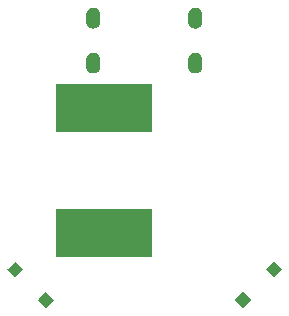
<source format=gbr>
%TF.GenerationSoftware,KiCad,Pcbnew,9.0.3*%
%TF.CreationDate,2025-07-22T22:17:19-05:00*%
%TF.ProjectId,openoshi-lightboard,6f70656e-6f73-4686-992d-6c6967687462,rev?*%
%TF.SameCoordinates,Original*%
%TF.FileFunction,Soldermask,Bot*%
%TF.FilePolarity,Negative*%
%FSLAX46Y46*%
G04 Gerber Fmt 4.6, Leading zero omitted, Abs format (unit mm)*
G04 Created by KiCad (PCBNEW 9.0.3) date 2025-07-22 22:17:19*
%MOMM*%
%LPD*%
G01*
G04 APERTURE LIST*
G04 APERTURE END LIST*
G36*
X141680854Y-110315258D02*
G01*
X141693182Y-110323496D01*
X142339760Y-110970074D01*
X142347998Y-110982402D01*
X142350890Y-110996944D01*
X142347998Y-111011486D01*
X142339760Y-111023814D01*
X141693182Y-111670392D01*
X141680854Y-111678630D01*
X141666312Y-111681522D01*
X141651770Y-111678630D01*
X141639442Y-111670392D01*
X140992864Y-111023814D01*
X140984626Y-111011486D01*
X140981734Y-110996944D01*
X140984626Y-110982402D01*
X140992864Y-110970074D01*
X141046344Y-110916594D01*
X141635962Y-110326975D01*
X141635965Y-110326972D01*
X141639442Y-110323496D01*
X141651770Y-110315258D01*
X141666312Y-110312366D01*
X141680854Y-110315258D01*
G37*
G36*
X158398231Y-110265258D02*
G01*
X158410559Y-110273496D01*
X159057137Y-110920074D01*
X159065375Y-110932402D01*
X159068267Y-110946944D01*
X159065375Y-110961486D01*
X159057137Y-110973814D01*
X158410559Y-111620392D01*
X158398231Y-111628630D01*
X158383689Y-111631522D01*
X158369147Y-111628630D01*
X158356819Y-111620392D01*
X157710241Y-110973814D01*
X157702003Y-110961486D01*
X157699111Y-110946944D01*
X157702003Y-110932402D01*
X157710241Y-110920074D01*
X157713721Y-110916594D01*
X158353339Y-110276975D01*
X158353342Y-110276972D01*
X158356819Y-110273496D01*
X158369147Y-110265258D01*
X158383689Y-110262366D01*
X158398231Y-110265258D01*
G37*
G36*
X139067599Y-107702003D02*
G01*
X139079927Y-107710241D01*
X139726505Y-108356819D01*
X139734743Y-108369147D01*
X139737635Y-108383689D01*
X139734743Y-108398231D01*
X139726505Y-108410559D01*
X139079927Y-109057137D01*
X139067599Y-109065375D01*
X139053057Y-109068267D01*
X139038515Y-109065375D01*
X139026187Y-109057137D01*
X138379609Y-108410559D01*
X138371371Y-108398231D01*
X138368479Y-108383689D01*
X138371371Y-108369147D01*
X138379609Y-108356819D01*
X138433089Y-108303339D01*
X139022707Y-107713720D01*
X139022710Y-107713717D01*
X139026187Y-107710241D01*
X139038515Y-107702003D01*
X139053057Y-107699111D01*
X139067599Y-107702003D01*
G37*
G36*
X161011486Y-107652003D02*
G01*
X161023814Y-107660241D01*
X161670392Y-108306819D01*
X161678630Y-108319147D01*
X161681522Y-108333689D01*
X161678630Y-108348231D01*
X161670392Y-108360559D01*
X161023814Y-109007137D01*
X161011486Y-109015375D01*
X160996944Y-109018267D01*
X160982402Y-109015375D01*
X160970074Y-109007137D01*
X160323496Y-108360559D01*
X160315258Y-108348231D01*
X160312366Y-108333689D01*
X160315258Y-108319147D01*
X160323496Y-108306819D01*
X160326976Y-108303339D01*
X160966594Y-107663720D01*
X160966597Y-107663717D01*
X160970074Y-107660241D01*
X160982402Y-107652003D01*
X160996944Y-107649111D01*
X161011486Y-107652003D01*
G37*
G36*
X150614542Y-103264893D02*
G01*
X150626870Y-103273130D01*
X150635107Y-103285458D01*
X150638000Y-103300000D01*
X150638000Y-107300000D01*
X150635107Y-107314542D01*
X150626870Y-107326870D01*
X150614542Y-107335107D01*
X150600000Y-107338000D01*
X142600000Y-107338000D01*
X142585458Y-107335107D01*
X142573130Y-107326870D01*
X142564893Y-107314542D01*
X142562000Y-107300000D01*
X142562000Y-103300000D01*
X142564893Y-103285458D01*
X142573130Y-103273130D01*
X142585458Y-103264893D01*
X142600000Y-103262000D01*
X150600000Y-103262000D01*
X150614542Y-103264893D01*
G37*
G36*
X150614542Y-92664893D02*
G01*
X150626870Y-92673130D01*
X150635107Y-92685458D01*
X150638000Y-92700000D01*
X150638000Y-96700000D01*
X150635107Y-96714542D01*
X150626870Y-96726870D01*
X150614542Y-96735107D01*
X150600000Y-96738000D01*
X142600000Y-96738000D01*
X142585458Y-96735107D01*
X142573130Y-96726870D01*
X142564893Y-96714542D01*
X142562000Y-96700000D01*
X142562000Y-92700000D01*
X142564893Y-92685458D01*
X142573130Y-92673130D01*
X142585458Y-92664893D01*
X142600000Y-92662000D01*
X150600000Y-92662000D01*
X150614542Y-92664893D01*
G37*
G36*
X145747456Y-90017030D02*
G01*
X145756749Y-90017030D01*
X145783520Y-90024203D01*
X145850615Y-90037549D01*
X145882287Y-90050668D01*
X145905018Y-90056759D01*
X145925399Y-90068526D01*
X145957066Y-90081643D01*
X146013936Y-90119642D01*
X146037952Y-90133508D01*
X146044526Y-90140082D01*
X146052868Y-90145656D01*
X146134343Y-90227131D01*
X146139916Y-90235472D01*
X146146492Y-90242048D01*
X146160359Y-90266067D01*
X146198356Y-90322933D01*
X146211471Y-90354597D01*
X146223241Y-90374982D01*
X146229332Y-90397716D01*
X146242450Y-90429384D01*
X146255793Y-90496468D01*
X146262970Y-90523251D01*
X146263878Y-90537116D01*
X146265168Y-90543598D01*
X146267758Y-90596311D01*
X146268000Y-90600000D01*
X146268000Y-91200000D01*
X146267758Y-91203691D01*
X146265168Y-91256401D01*
X146263878Y-91262882D01*
X146262970Y-91276749D01*
X146255792Y-91303533D01*
X146242450Y-91370615D01*
X146229333Y-91402280D01*
X146223241Y-91425018D01*
X146211470Y-91445405D01*
X146198356Y-91477066D01*
X146160363Y-91533925D01*
X146146492Y-91557952D01*
X146139914Y-91564529D01*
X146134343Y-91572868D01*
X146052868Y-91654343D01*
X146044529Y-91659914D01*
X146037952Y-91666492D01*
X146013925Y-91680363D01*
X145957066Y-91718356D01*
X145925405Y-91731470D01*
X145905018Y-91743241D01*
X145882280Y-91749333D01*
X145850615Y-91762450D01*
X145783526Y-91775794D01*
X145756749Y-91782970D01*
X145747455Y-91782970D01*
X145737612Y-91784928D01*
X145622388Y-91784928D01*
X145612545Y-91782970D01*
X145603251Y-91782970D01*
X145576474Y-91775795D01*
X145509384Y-91762450D01*
X145477716Y-91749332D01*
X145454982Y-91743241D01*
X145434597Y-91731471D01*
X145402933Y-91718356D01*
X145346067Y-91680359D01*
X145322048Y-91666492D01*
X145315472Y-91659916D01*
X145307131Y-91654343D01*
X145225656Y-91572868D01*
X145220082Y-91564526D01*
X145213508Y-91557952D01*
X145199642Y-91533936D01*
X145161643Y-91477066D01*
X145148526Y-91445399D01*
X145136759Y-91425018D01*
X145130668Y-91402287D01*
X145117549Y-91370615D01*
X145104203Y-91303519D01*
X145097030Y-91276749D01*
X145096121Y-91262889D01*
X145094831Y-91256401D01*
X145092241Y-91203686D01*
X145092000Y-91200000D01*
X145092000Y-90600000D01*
X145092241Y-90596316D01*
X145094831Y-90543598D01*
X145096121Y-90537108D01*
X145097030Y-90523251D01*
X145104202Y-90496483D01*
X145117549Y-90429384D01*
X145130669Y-90397709D01*
X145136759Y-90374982D01*
X145148524Y-90354603D01*
X145161643Y-90322933D01*
X145199646Y-90266056D01*
X145213508Y-90242048D01*
X145220080Y-90235475D01*
X145225656Y-90227131D01*
X145307131Y-90145656D01*
X145315475Y-90140080D01*
X145322048Y-90133508D01*
X145346056Y-90119646D01*
X145402933Y-90081643D01*
X145434603Y-90068524D01*
X145454982Y-90056759D01*
X145477709Y-90050669D01*
X145509384Y-90037549D01*
X145576480Y-90024203D01*
X145603251Y-90017030D01*
X145612544Y-90017030D01*
X145622388Y-90015072D01*
X145737612Y-90015072D01*
X145747456Y-90017030D01*
G37*
G36*
X154387456Y-90017030D02*
G01*
X154396749Y-90017030D01*
X154423520Y-90024203D01*
X154490615Y-90037549D01*
X154522287Y-90050668D01*
X154545018Y-90056759D01*
X154565399Y-90068526D01*
X154597066Y-90081643D01*
X154653936Y-90119642D01*
X154677952Y-90133508D01*
X154684526Y-90140082D01*
X154692868Y-90145656D01*
X154774343Y-90227131D01*
X154779916Y-90235472D01*
X154786492Y-90242048D01*
X154800359Y-90266067D01*
X154838356Y-90322933D01*
X154851471Y-90354597D01*
X154863241Y-90374982D01*
X154869332Y-90397716D01*
X154882450Y-90429384D01*
X154895793Y-90496468D01*
X154902970Y-90523251D01*
X154903878Y-90537116D01*
X154905168Y-90543598D01*
X154907758Y-90596311D01*
X154908000Y-90600000D01*
X154908000Y-91200000D01*
X154907758Y-91203691D01*
X154905168Y-91256401D01*
X154903878Y-91262882D01*
X154902970Y-91276749D01*
X154895792Y-91303533D01*
X154882450Y-91370615D01*
X154869333Y-91402280D01*
X154863241Y-91425018D01*
X154851470Y-91445405D01*
X154838356Y-91477066D01*
X154800363Y-91533925D01*
X154786492Y-91557952D01*
X154779914Y-91564529D01*
X154774343Y-91572868D01*
X154692868Y-91654343D01*
X154684529Y-91659914D01*
X154677952Y-91666492D01*
X154653925Y-91680363D01*
X154597066Y-91718356D01*
X154565405Y-91731470D01*
X154545018Y-91743241D01*
X154522280Y-91749333D01*
X154490615Y-91762450D01*
X154423526Y-91775794D01*
X154396749Y-91782970D01*
X154387455Y-91782970D01*
X154377612Y-91784928D01*
X154262388Y-91784928D01*
X154252545Y-91782970D01*
X154243251Y-91782970D01*
X154216474Y-91775795D01*
X154149384Y-91762450D01*
X154117716Y-91749332D01*
X154094982Y-91743241D01*
X154074597Y-91731471D01*
X154042933Y-91718356D01*
X153986067Y-91680359D01*
X153962048Y-91666492D01*
X153955472Y-91659916D01*
X153947131Y-91654343D01*
X153865656Y-91572868D01*
X153860082Y-91564526D01*
X153853508Y-91557952D01*
X153839642Y-91533936D01*
X153801643Y-91477066D01*
X153788526Y-91445399D01*
X153776759Y-91425018D01*
X153770668Y-91402287D01*
X153757549Y-91370615D01*
X153744203Y-91303519D01*
X153737030Y-91276749D01*
X153736121Y-91262889D01*
X153734831Y-91256401D01*
X153732241Y-91203686D01*
X153732000Y-91200000D01*
X153732000Y-90600000D01*
X153732241Y-90596316D01*
X153734831Y-90543598D01*
X153736121Y-90537108D01*
X153737030Y-90523251D01*
X153744202Y-90496483D01*
X153757549Y-90429384D01*
X153770669Y-90397709D01*
X153776759Y-90374982D01*
X153788524Y-90354603D01*
X153801643Y-90322933D01*
X153839646Y-90266056D01*
X153853508Y-90242048D01*
X153860080Y-90235475D01*
X153865656Y-90227131D01*
X153947131Y-90145656D01*
X153955475Y-90140080D01*
X153962048Y-90133508D01*
X153986056Y-90119646D01*
X154042933Y-90081643D01*
X154074603Y-90068524D01*
X154094982Y-90056759D01*
X154117709Y-90050669D01*
X154149384Y-90037549D01*
X154216480Y-90024203D01*
X154243251Y-90017030D01*
X154252544Y-90017030D01*
X154262388Y-90015072D01*
X154377612Y-90015072D01*
X154387456Y-90017030D01*
G37*
G36*
X145747456Y-86217030D02*
G01*
X145756749Y-86217030D01*
X145783520Y-86224203D01*
X145850615Y-86237549D01*
X145882287Y-86250668D01*
X145905018Y-86256759D01*
X145925399Y-86268526D01*
X145957066Y-86281643D01*
X146013936Y-86319642D01*
X146037952Y-86333508D01*
X146044526Y-86340082D01*
X146052868Y-86345656D01*
X146134343Y-86427131D01*
X146139916Y-86435472D01*
X146146492Y-86442048D01*
X146160359Y-86466067D01*
X146198356Y-86522933D01*
X146211471Y-86554597D01*
X146223241Y-86574982D01*
X146229332Y-86597716D01*
X146242450Y-86629384D01*
X146255793Y-86696468D01*
X146262970Y-86723251D01*
X146263878Y-86737116D01*
X146265168Y-86743598D01*
X146267758Y-86796311D01*
X146268000Y-86800000D01*
X146268000Y-87400000D01*
X146267758Y-87403691D01*
X146265168Y-87456401D01*
X146263878Y-87462882D01*
X146262970Y-87476749D01*
X146255792Y-87503533D01*
X146242450Y-87570615D01*
X146229333Y-87602280D01*
X146223241Y-87625018D01*
X146211470Y-87645405D01*
X146198356Y-87677066D01*
X146160363Y-87733925D01*
X146146492Y-87757952D01*
X146139914Y-87764529D01*
X146134343Y-87772868D01*
X146052868Y-87854343D01*
X146044529Y-87859914D01*
X146037952Y-87866492D01*
X146013925Y-87880363D01*
X145957066Y-87918356D01*
X145925405Y-87931470D01*
X145905018Y-87943241D01*
X145882280Y-87949333D01*
X145850615Y-87962450D01*
X145783526Y-87975794D01*
X145756749Y-87982970D01*
X145747455Y-87982970D01*
X145737612Y-87984928D01*
X145622388Y-87984928D01*
X145612545Y-87982970D01*
X145603251Y-87982970D01*
X145576474Y-87975795D01*
X145509384Y-87962450D01*
X145477716Y-87949332D01*
X145454982Y-87943241D01*
X145434597Y-87931471D01*
X145402933Y-87918356D01*
X145346067Y-87880359D01*
X145322048Y-87866492D01*
X145315472Y-87859916D01*
X145307131Y-87854343D01*
X145225656Y-87772868D01*
X145220082Y-87764526D01*
X145213508Y-87757952D01*
X145199642Y-87733936D01*
X145161643Y-87677066D01*
X145148526Y-87645399D01*
X145136759Y-87625018D01*
X145130668Y-87602287D01*
X145117549Y-87570615D01*
X145104203Y-87503519D01*
X145097030Y-87476749D01*
X145096121Y-87462889D01*
X145094831Y-87456401D01*
X145092241Y-87403686D01*
X145092000Y-87400000D01*
X145092000Y-86800000D01*
X145092241Y-86796316D01*
X145094831Y-86743598D01*
X145096121Y-86737108D01*
X145097030Y-86723251D01*
X145104202Y-86696483D01*
X145117549Y-86629384D01*
X145130669Y-86597709D01*
X145136759Y-86574982D01*
X145148524Y-86554603D01*
X145161643Y-86522933D01*
X145199646Y-86466056D01*
X145213508Y-86442048D01*
X145220080Y-86435475D01*
X145225656Y-86427131D01*
X145307131Y-86345656D01*
X145315475Y-86340080D01*
X145322048Y-86333508D01*
X145346056Y-86319646D01*
X145402933Y-86281643D01*
X145434603Y-86268524D01*
X145454982Y-86256759D01*
X145477709Y-86250669D01*
X145509384Y-86237549D01*
X145576480Y-86224203D01*
X145603251Y-86217030D01*
X145612544Y-86217030D01*
X145622388Y-86215072D01*
X145737612Y-86215072D01*
X145747456Y-86217030D01*
G37*
G36*
X154387456Y-86217030D02*
G01*
X154396749Y-86217030D01*
X154423520Y-86224203D01*
X154490615Y-86237549D01*
X154522287Y-86250668D01*
X154545018Y-86256759D01*
X154565399Y-86268526D01*
X154597066Y-86281643D01*
X154653936Y-86319642D01*
X154677952Y-86333508D01*
X154684526Y-86340082D01*
X154692868Y-86345656D01*
X154774343Y-86427131D01*
X154779916Y-86435472D01*
X154786492Y-86442048D01*
X154800359Y-86466067D01*
X154838356Y-86522933D01*
X154851471Y-86554597D01*
X154863241Y-86574982D01*
X154869332Y-86597716D01*
X154882450Y-86629384D01*
X154895793Y-86696468D01*
X154902970Y-86723251D01*
X154903878Y-86737116D01*
X154905168Y-86743598D01*
X154907758Y-86796311D01*
X154908000Y-86800000D01*
X154908000Y-87400000D01*
X154907758Y-87403691D01*
X154905168Y-87456401D01*
X154903878Y-87462882D01*
X154902970Y-87476749D01*
X154895792Y-87503533D01*
X154882450Y-87570615D01*
X154869333Y-87602280D01*
X154863241Y-87625018D01*
X154851470Y-87645405D01*
X154838356Y-87677066D01*
X154800363Y-87733925D01*
X154786492Y-87757952D01*
X154779914Y-87764529D01*
X154774343Y-87772868D01*
X154692868Y-87854343D01*
X154684529Y-87859914D01*
X154677952Y-87866492D01*
X154653925Y-87880363D01*
X154597066Y-87918356D01*
X154565405Y-87931470D01*
X154545018Y-87943241D01*
X154522280Y-87949333D01*
X154490615Y-87962450D01*
X154423526Y-87975794D01*
X154396749Y-87982970D01*
X154387455Y-87982970D01*
X154377612Y-87984928D01*
X154262388Y-87984928D01*
X154252545Y-87982970D01*
X154243251Y-87982970D01*
X154216474Y-87975795D01*
X154149384Y-87962450D01*
X154117716Y-87949332D01*
X154094982Y-87943241D01*
X154074597Y-87931471D01*
X154042933Y-87918356D01*
X153986067Y-87880359D01*
X153962048Y-87866492D01*
X153955472Y-87859916D01*
X153947131Y-87854343D01*
X153865656Y-87772868D01*
X153860082Y-87764526D01*
X153853508Y-87757952D01*
X153839642Y-87733936D01*
X153801643Y-87677066D01*
X153788526Y-87645399D01*
X153776759Y-87625018D01*
X153770668Y-87602287D01*
X153757549Y-87570615D01*
X153744203Y-87503519D01*
X153737030Y-87476749D01*
X153736121Y-87462889D01*
X153734831Y-87456401D01*
X153732241Y-87403686D01*
X153732000Y-87400000D01*
X153732000Y-86800000D01*
X153732241Y-86796316D01*
X153734831Y-86743598D01*
X153736121Y-86737108D01*
X153737030Y-86723251D01*
X153744202Y-86696483D01*
X153757549Y-86629384D01*
X153770669Y-86597709D01*
X153776759Y-86574982D01*
X153788524Y-86554603D01*
X153801643Y-86522933D01*
X153839646Y-86466056D01*
X153853508Y-86442048D01*
X153860080Y-86435475D01*
X153865656Y-86427131D01*
X153947131Y-86345656D01*
X153955475Y-86340080D01*
X153962048Y-86333508D01*
X153986056Y-86319646D01*
X154042933Y-86281643D01*
X154074603Y-86268524D01*
X154094982Y-86256759D01*
X154117709Y-86250669D01*
X154149384Y-86237549D01*
X154216480Y-86224203D01*
X154243251Y-86217030D01*
X154252544Y-86217030D01*
X154262388Y-86215072D01*
X154377612Y-86215072D01*
X154387456Y-86217030D01*
G37*
M02*

</source>
